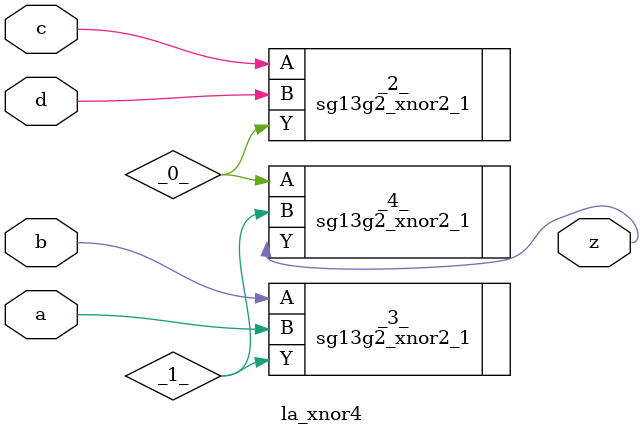
<source format=v>

/* Generated by Yosys 0.44 (git sha1 80ba43d26, g++ 11.4.0-1ubuntu1~22.04 -fPIC -O3) */

(* top =  1  *)
(* src = "generated" *)
module la_xnor4 (
    a,
    b,
    c,
    d,
    z
);
  wire _0_;
  wire _1_;
  (* src = "generated" *)
  input a;
  wire a;
  (* src = "generated" *)
  input b;
  wire b;
  (* src = "generated" *)
  input c;
  wire c;
  (* src = "generated" *)
  input d;
  wire d;
  (* src = "generated" *)
  output z;
  wire z;
  sg13g2_xnor2_1 _2_ (
      .A(c),
      .B(d),
      .Y(_0_)
  );
  sg13g2_xnor2_1 _3_ (
      .A(b),
      .B(a),
      .Y(_1_)
  );
  sg13g2_xnor2_1 _4_ (
      .A(_0_),
      .B(_1_),
      .Y(z)
  );
endmodule

</source>
